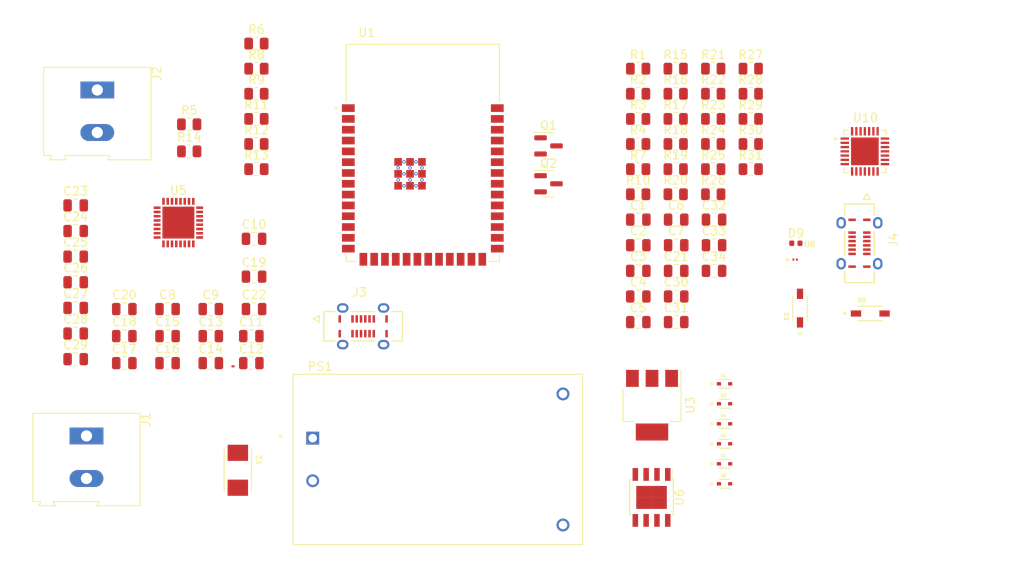
<source format=kicad_pcb>
(kicad_pcb (version 20221018) (generator pcbnew)
  (layers (0 "F.Cu" power) (1 "In1.Cu" power) (2 "In2.Cu" mixed) (31 "B.Cu" jumper) (34 "B.Paste" user) (35 "F.Paste" user) (36 "B.SilkS" user "B.Silkscreen") (37 "F.SilkS" user "F.Silkscreen") (38 "B.Mask" user) (39 "F.Mask" user) (44 "Edge.Cuts" user))
  (net 0 "")
  (net 1 "+3.3V")
  (net 2 "GND")
  (net 3 "EN")
  (net 4 "+5V")
  (net 5 "Net-(U5-CLKIN)")
  (net 6 "Net-(U5-CLKOUT)")
  (net 7 "Net-(U5-DVDDOUT)")
  (net 8 "Net-(U5-VDDOUT2P5)")
  (net 9 "Net-(U5-IAN)")
  (net 10 "Net-(U5-IAP)")
  (net 11 "adc")
  (net 12 "Net-(U5-VAMS)")
  (net 13 "Net-(U5-VAP)")
  (net 14 "Net-(U5-FA1)")
  (net 15 "Net-(U5-FA0)")
  (net 16 "Net-(U5-AVDDOUT)")
  (net 17 "Net-(U5-REFIN)")
  (net 18 "Net-(U5-MSH)")
  (net 19 "Net-(U10-VBUS)")
  (net 20 "GPIO0")
  (net 21 "Net-(D9-A)")
  (net 22 "Net-(J1-Pin_1)")
  (net 23 "/ESP32-S3-WROOM-1-N8R8/Fases")
  (net 24 "Net-(Q1-B)")
  (net 25 "RTS")
  (net 26 "Net-(Q2-B)")
  (net 27 "DTR")
  (net 28 "Net-(U10-~{SUSPEND})")
  (net 29 "Net-(U10-~{RST})")
  (net 30 "/ADE9153/ss")
  (net 31 "/ADE9153/reset")
  (net 32 "Net-(U6A-+)")
  (net 33 "Net-(R12-Pad1)")
  (net 34 "Net-(R13-Pad1)")
  (net 35 "/ADE9153/NEUTRO")
  (net 36 "Net-(R16-Pad1)")
  (net 37 "Net-(R17-Pad1)")
  (net 38 "Net-(R18-Pad1)")
  (net 39 "Net-(R19-Pad1)")
  (net 40 "Net-(R20-Pad1)")
  (net 41 "Net-(R21-Pad1)")
  (net 42 "Net-(R23-Pad1)")
  (net 43 "Net-(R24-Pad1)")
  (net 44 "Net-(R25-Pad1)")
  (net 45 "adc_in")
  (net 62 "RX")
  (net 63 "TX")
  (net 67 "D+")
  (net 68 "D-")
  (net 77 "Net-(J3-VBUS1)")
  (net 78 "Net-(J4-VBUS1)")
  (net 79 "D+ u")
  (net 80 "D- u")
  (net 93 "Net-(U5-IBN)")
  (net 96 "/ADE9153/irq_n")
  (net 97 "/ADE9153/MISI")
  (net 98 "/ADE9153/MIS0")
  (net 99 "/ADE9153/SCLK")
  (net 101 "/ESP32-S3-WROOM-1-N8R8/neutro")
  (footprint "Capacitor_SMD:C_0805_2012Metric" (layer "F.Cu") (at 130.865 83.56)
    (fp_text reference "C5")
    (fp_text value "C 10uF")
  )
  (footprint "huella y simbolos:CONV_HLK-PM03" (layer "F.Cu") (at 107.315 99.695)
    (fp_text reference "PS1")
    (fp_text value "HLK-PM03")
  )
  (footprint "TerminalBlock:TerminalBlock_Altech_AK300-2_P5.00mm" (layer "F.Cu") (at 66.04 96.93 -90)
    (fp_text reference "J1")
    (fp_text value "Screw_Terminal_01x02")
  )
  (footprint "Resistor_SMD:R_0805_2012Metric" (layer "F.Cu") (at 139.665 62.64)
    (fp_text reference "R24")
    (fp_text value "100k")
  )
  (footprint "huella y simbolos:MOLEX_2171820001" (layer "F.Cu") (at 156.845 74.295 -90)
    (fp_text reference "J4")
    (fp_text value "2171820001")
    (fp_line (start 3.65 -0.26) (end 3.85 -0.26) (stroke (width 0.01)) (layer "Edge.Cuts"))
    (fp_line (start 3.85 0.26) (end 3.65 0.26) (stroke (width 0.01)) (layer "Edge.Cuts"))
    (fp_arc (start 3.39 0) (mid 3.466152 -0.183848) (end 3.65 -0.26) (stroke (width 0.01)) (layer "Edge.Cuts"))
    (fp_arc (start 3.65 0.26) (mid 3.466152 0.183848) (end 3.39 0) (stroke (width 0.01)) (layer "Edge.Cuts"))
    (fp_arc (start 3.85 -0.26) (mid 4.033848 -0.183848) (end 4.11 0) (stroke (width 0.01)) (layer "Edge.Cuts"))
    (fp_arc (start 4.11 0) (mid 4.033848 0.183848) (end 3.85 0.26) (stroke (width 0.01)) (layer "Edge.Cuts"))
  )
  (footprint "Resistor_SMD:R_0805_2012Metric" (layer "F.Cu") (at 135.255 65.59)
    (fp_text reference "R19")
    (fp_text value "100k")
  )
  (footprint "Resistor_SMD:R_0805_2012Metric" (layer "F.Cu") (at 86.0025 62.64)
    (fp_text reference "R12")
    (fp_text value "330k")
  )
  (footprint "Resistor_SMD:R_0805_2012Metric" (layer "F.Cu") (at 130.845 56.74)
    (fp_text reference "R2")
    (fp_text value "R 10K")
  )
  (footprint "Capacitor_SMD:C_0805_2012Metric" (layer "F.Cu") (at 139.765 77.54)
    (fp_text reference "C34")
    (fp_text value "0.1uF")
  )
  (footprint "Package_SO:Diodes_PSOP-8" (layer "F.Cu") (at 132.42 104.155 -90)
    (fp_text reference "U6")
    (fp_text value "LM358")
  )
  (footprint "Capacitor_SMD:C_0805_2012Metric" (layer "F.Cu") (at 75.565 82.03)
    (fp_text reference "C8")
    (fp_text value "22Pf")
  )
  (footprint "Capacitor_SMD:C_0805_2012Metric" (layer "F.Cu") (at 130.865 71.52)
    (fp_text reference "C1")
    (fp_text value "22uF")
  )
  (footprint "Capacitor_SMD:C_0805_2012Metric" (layer "F.Cu") (at 80.645 85.205)
    (fp_text reference "C13")
    (fp_text value "0.1 uF")
  )
  (footprint "Capacitor_SMD:C_0805_2012Metric" (layer "F.Cu") (at 64.77 78.88)
    (fp_text reference "C26")
    (fp_text value "4.7 uF")
  )
  (footprint "Resistor_SMD:R_0805_2012Metric" (layer "F.Cu") (at 135.255 62.64)
    (fp_text reference "R18")
    (fp_text value "100k")
  )
  (footprint "huella y simbolos:TVS_LESD5D5.0CT1G" (layer "F.Cu") (at 140.995 97.855)
    (fp_text reference "D6")
    (fp_text value "LESD5D5.0CT1G")
  )
  (footprint "Capacitor_SMD:C_0805_2012Metric" (layer "F.Cu") (at 139.765 71.52)
    (fp_text reference "C32")
    (fp_text value "C 10uF")
  )
  (footprint "huella y simbolos:TVS_LESD5D5.0CT1G" (layer "F.Cu") (at 140.995 95.505)
    (fp_text reference "D4")
    (fp_text value "LESD5D5.0CT1G")
  )
  (footprint "Resistor_SMD:R_0805_2012Metric" (layer "F.Cu") (at 139.665 68.54)
    (fp_text reference "R26")
    (fp_text value "10k")
  )
  (footprint "Resistor_SMD:R_0805_2012Metric" (layer "F.Cu") (at 130.845 62.64)
    (fp_text reference "R4")
    (fp_text value "R 10K")
  )
  (footprint "Resistor_SMD:R_0805_2012Metric" (layer "F.Cu") (at 86.0025 53.79)
    (fp_text reference "R8")
    (fp_text value "150k")
  )
  (footprint "huella y simbolos:QFN50P500X500X80-33N" (layer "F.Cu") (at 76.835 71.87)
    (property "VALUE" "")
    (fp_text reference "U5")
    (fp_text value "ADE9153AACPZ")
  )
  (footprint "Resistor_SMD:R_0805_2012Metric" (layer "F.Cu") (at 130.845 53.79)
    (fp_text reference "R1")
    (fp_text value "10K")
  )
  (footprint "TerminalBlock:TerminalBlock_Altech_AK300-2_P5.00mm" (layer "F.Cu") (at 67.31 56.29 -90)
    (fp_text reference "J2")
    (fp_text value "Screw_Terminal_01x02")
  )
  (footprint "Resistor_SMD:R_0805_2012Metric" (layer "F.Cu") (at 144.075 65.59)
    (fp_text reference "R31")
    (fp_text value "5.1k")
  )
  (footprint "Capacitor_SMD:C_0805_2012Metric" (layer "F.Cu") (at 70.485 85.205)
    (fp_text reference "C18")
    (fp_text value "0.1 uF")
  )
  (footprint "Capacitor_SMD:C_0805_2012Metric" (layer "F.Cu") (at 139.765 74.53)
    (fp_text reference "C33")
    (fp_text value "1uF")
  )
  (footprint "Resistor_SMD:R_0805_2012Metric" (layer "F.Cu") (at 86.0025 50.84)
    (fp_text reference "R6")
    (fp_text value "10k")
  )
  (footprint "Capacitor_SMD:C_0805_2012Metric" (layer "F.Cu") (at 85.405 85.205)
    (fp_text reference "C11")
    (fp_text value "0.1 uF")
  )
  (footprint "Capacitor_SMD:C_0805_2012Metric" (layer "F.Cu") (at 80.645 88.38)
    (fp_text reference "C14")
    (fp_text value "0.1uF")
  )
  (footprint "Capacitor_SMD:C_0805_2012Metric" (layer "F.Cu") (at 135.315 74.53)
    (fp_text reference "C7")
    (fp_text value "C 10uF")
  )
  (footprint "Resistor_SMD:R_0805_2012Metric" (layer "F.Cu") (at 135.255 53.79)
    (fp_text reference "R15")
    (fp_text value "R 47K")
  )
  (footprint "huella y simbolos:TVS_LESD5D5.0CT1G" (layer "F.Cu") (at 140.995 90.805)
    (fp_text reference "D1")
    (fp_text value "LESD5D5.0CT1G")
  )
  (footprint "Resistor_SMD:R_0805_2012Metric" (layer "F.Cu") (at 135.255 56.74)
    (fp_text reference "R16")
    (fp_text value "100k")
  )
  (footprint "Capacitor_SMD:C_0805_2012Metric" (layer "F.Cu") (at 85.725 78.22)
    (fp_text reference "C19")
    (fp_text value "0.1 uF")
  )
  (footprint "Capacitor_SMD:C_0805_2012Metric" (layer "F.Cu") (at 75.565 88.38)
    (fp_text reference "C16")
    (fp_text value "0.1 uF")
  )
  (footprint "Capacitor_SMD:C_0805_2012Metric" (layer "F.Cu") (at 135.315 77.54)
    (fp_text reference "C21")
    (fp_text value "1uF")
  )
  (footprint "Resistor_SMD:R_0805_2012Metric" (layer "F.Cu") (at 78.105 63.5)
    (fp_text reference "R14")
    (fp_text value "330k")
  )
  (footprint "Package_TO_SOT_SMD:SOT-23" (layer "F.Cu") (at 120.3175 67.31)
    (fp_text reference "Q2")
    (fp_text value "NPN")
  )
  (footprint "huella y simbolos:QFN50P500X500X80-29N" (layer "F.Cu") (at 157.48 63.5)
    (fp_text reference "U10")
    (fp_text value "CP2102N-A02-GQFN28")
  )
  (footprint "Capacitor_SMD:C_0805_2012Metric" (layer "F.Cu") (at 64.77 75.87)
    (fp_text reference "C25")
    (fp_text value "0.1 uF")
  )
  (footprint "Capacitor_SMD:C_0805_2012Metric" (layer "F.Cu") (at 64.77 69.85)
    (fp_text reference "C23")
    (fp_text value "0.47uF")
  )
  (footprint "Capacitor_SMD:C_0805_2012Metric" (layer "F.Cu") (at 85.405 88.38)
    (fp_text reference "C12")
    (fp_text value "4.7 uF")
  )
  (footprint "huella y simbolos:XCVR_ESP32S3WROOM1N8R8" (layer "F.Cu") (at 105.55 63.68)
    (fp_text reference "U1")
    (fp_text value "ESP32-S3-WROOM-1-N8R8")
  )
  (footprint "Resistor_SMD:R_0805_2012Metric" (layer "F.Cu") (at 130.845 65.59)
    (fp_text reference "R7")
    (fp_text value "10k")
  )
  (footprint "huella y simbolos:TVS_LESD5D5.0CT1G" (layer "F.Cu") (at 140.995 100.205)
    (fp_text reference "D7")
    (fp_text value "LESD5D5.0CT1G")
  )
  (footprint "huella y simbolos:SOD3715X145N" (layer "F.Cu") (at 158.115 82.55)
    (fp_text reference "D5")
    (fp_text value "1N5819HW-7-F")
  )
  (footprint "Capacitor_SMD:C_0805_2012Metric" (layer "F.Cu") (at 135.315 71.52)
    (fp_text reference "C6")
    (fp_text value "1uF")
  )
  (footprint "Resistor_SMD:R_0805_2012Metric" (layer "F.Cu") (at 139.665 56.74)
    (fp_text reference "R22")
    (fp_text value "1k")
  )
  (footprint "Capacitor_SMD:C_0805_2012Metric" (layer "F.Cu") (at 85.725 73.775)
    (fp_text reference "C10")
    (fp_text value "4.7 uF")
  )
  (footprint "Capacitor_SMD:C_0805_2012Metric" (layer "F.Cu") (at 130.865 77.54)
    (fp_text reference "C3")
    (fp_text value "0.1uF")
  )
  (footprint "Resistor_SMD:R_0805_2012Metric" (layer "F.Cu") (at 144.075 59.69)
    (fp_text reference "R29")
    (fp_text value "R 22.1K")
  )
  (footprint "huella y simbolos:XTAL_ABM3-12.000MHZ-D2Y-T" (layer "F.Cu") (at 83.82 100.965 -90)
    (fp_text reference "Y2")
    (fp_text value "ABM3-12.000MHZ-D2Y-T")
  )
  (footprint "Package_TO_SOT_SMD:SOT-23" (layer "F.Cu") (at 120.3175 62.86)
    (fp_text reference "Q1")
    (fp_text value "NPN")
  )
  (footprint "Capacitor_SMD:C_0805_2012Metric" (layer "F.Cu") (at 130.865 74.53)
    (fp_text reference "C2")
    (fp_text value "0.1uF")
  )
  (footprint "Resistor_SMD:R_0805_2012Metric" (layer "F.Cu") (at 86.0025 56.74)
    (fp_text reference "R9")
    (fp_text value "150k")
  )
  (footprint "Capacitor_SMD:C_0805_2012Metric" (layer "F.Cu") (at 75.565 85.205)
    (fp_text reference "C15")
    (fp_text value "4.7 uF")
  )
  (footprint "Capacitor_SMD:C_0805_2012Metric" (layer "F.Cu") (at 85.725 82.03)
    (fp_text reference "C22")
    (fp_text value "15nF")
  )
  (footprint "huella y simbolos:TVS_LESD5D5.0CT1G" (layer "F.Cu") (at 140.995 93.155)
    (fp_text reference "D3")
    (fp_text value "LESD5D5.0CT1G")
  )
  (footprint "huella y simbolos:MOLEX_2171820001" (layer "F.Cu") (at 98.54 84.05)
    (fp_text reference "J3")
    (fp_text value "2171820001")
    (fp_line (start 3.65 -0.26) (end 3.85 -0.26) (stroke (width 0.01)) (layer "Edge.Cuts"))
    (fp_line (start 3.85 0.26) (end 3.65 0.26) (stroke (width 0.01)) (layer "Edge.Cuts"))
    (fp_arc (start 3.39 0) (mid 3.466152 -0.183848) (end 3.65 -0.26) (stroke (width 0.01)) (layer "Edge.Cuts"))
    (fp_arc (start 3.65 0.26) (mid 3.466152 0.183848) (end 3.39 0) (stroke (width 0.01)) (layer "Edge.Cuts"))
    (fp_arc (start 3.85 -0.26) (mid 4.033848 -0.183848) (end 4.11 0) (stroke (width 0.01)) (layer "Edge.Cuts"))
    (fp_arc (start 4.11 0) (mid 4.033848 0.183848) (end 3.85 0.26) (stroke (width 0.01)) (layer "Edge.Cuts"))
  )
  (footprint "Resistor_SMD:R_0805_2012Metric" (layer "F.Cu") (at 86.0025 59.69)
    (fp_text reference "R11")
    (fp_text value "1K")
  )
  (footprint "Capacitor_SMD:C_0805_2012Metric" (layer "F.Cu") (at 135.315 80.55)
    (fp_text reference "C30")
    (fp_text value "C 10uF")
  )
  (footprint "Capacitor_SMD:C_0805_2012Metric" (layer "F.Cu") (at 135.315 83.56)
    (fp_text reference "C31")
    (fp_text value "22uF")
  )
  (footprint "Resistor_SMD:R_0805_2012Metric" (layer "F.Cu") (at 139.665 59.69)
    (fp_text reference "R23")
    (fp_text value "100k")
  )
  (footprint "Resistor_SMD:R_0805_2012Metric" (layer "F.Cu") (at 78.105 60.325)
    (fp_text reference "R5")
    (fp_text value "10k")
  )
  (footprint "huella y simbolos:DIO_PESD5V0R1BSFYL" (layer "F.Cu") (at 149.285 76.215)
    (fp_text reference "U8")
    (fp_text value "~")
  )
  (footprint "huella y simbolos:TVS_LESD5D5.0CT1G" (layer "F.Cu") (at 140.995 102.555)
    (fp_text reference "D8")
    (fp_text value "LESD5D5.0CT1G")
  )
  (footprint "Resistor_SMD:R_0805_2012Metric" (layer "F.Cu") (at 144.075 53.79)
    (fp_text reference "R27")
    (fp_text value "R 10K")
  )
  (footprint "Resistor_SMD:R_0805_2012Metric" (layer "F.Cu") (at 135.255 68.54)
    (fp_text reference "R20")
    (fp_text value "100k")
  )
  (footprint "Package_TO_SOT_SMD:SOT-223-3_TabPin2" (layer "F.Cu") (at 132.475 93.32 -90)
    (fp_text reference "U3")
    (fp_text value "AMS1117-3.3")
  )
  (footprint "Resistor_SMD:R_0805_2012Metric" (layer "F.Cu") (at 144.075 56.74)
    (fp_text reference "R28")
    (fp_text value "10K")
  )
  (footprint "Capacitor_SMD:C_0805_2012Metric" (layer "F.Cu") (at 80.645 82.03)
    (fp_text reference "C9")
    (fp_text value "22Pf")
  )
  (footprint "LED_SMD:LED_0402_1005Metric" (layer "F.Cu") (at 149.375 74.295)
    (fp_text reference "D9")
    (fp_text value "LED")
  )
  (footprint "Resistor_SMD:R_0805_2012Metric" (layer "F.Cu") (at 139.665 53.79)
    (fp_text reference "R21")
    (fp_text value "100k")
  )
  (footprint "Resistor_SMD:R_0805_2012Metric" (layer "F.Cu") (at 86.0025 65.59)
    (fp_text reference "R13")
    (fp_text value "330k")
  )
  (footprint "Resistor_SMD:R_0805_2012Metric" (layer "F.Cu") (at 135.255 59.69)
    (fp_text reference "R17")
    (fp_text value "100k")
  )
  (footprint "Capacitor_SMD:C_0805_2012Metric" (layer "F.Cu") (at 64.77 72.86)
    (fp_text reference "C24")
    (fp_text value "4.7 uF")
  )
  (footprint "Resistor_SMD:R_0805_2012Metric" (layer "F.Cu") (at 130.845 59.69)
    (fp_text reference "R3")
    (fp_text value "R 1K")
  )
  (footprint "Capacitor_SMD:C_0805_2012Metric" (layer "F.Cu") (at 70.485 88.38)
    (fp_text reference "C17")
    (fp_text value "4.7 uF")
  )
  (footprint "Capacitor_SMD:C_0805_2012Metric" (layer "F.Cu") (at 70.485 82.03)
    (fp_text reference "C20")
    (fp_text value "0.1 uF")
  )
  (footprint "Capacitor_SMD:C_0805_2012Metric" (layer "F.Cu") (at 64.77 84.9)
    (fp_text reference "C28")
    (fp_text value "4.7 uF")
  )
  (footprint "Resistor_SMD:R_0805_2012Metric" (layer "F.Cu") (at 144.075 62.64)
    (fp_text reference "R30")
    (fp_text value "100k")
  )
  (footprint "huella y simbolos:SOD3715X145N" (layer "F.Cu") (at 149.86 81.915 90)
    (fp_text reference "D2")
    (fp_text value "1N5819HW-7-F")
  )
  (footprint "Resistor_SMD:R_0805_2012Metric" (layer "F.Cu") (at 139.665 65.59)
    (fp_text reference "R25")
    (fp_text value "100k")
  )
  (footprint "Capacitor_SMD:C_0805_2012Metric" (layer "F.Cu") (at 64.77 87.91)
    (fp_text reference "C29")
    (fp_text value "0.1 uF")
  )
  (footprint "Resistor_SMD:R_0805_2012Metric" (layer "F.Cu") (at 130.845 68.54)
    (fp_text reference "R10")
    (fp_text value "10k")
  )
  (footprint "Capacitor_SMD:C_0805_2012Metric" (layer "F.Cu") (at 64.77 81.89)
    (fp_text reference "C27")
    (fp_text value "0.1 uF")
  )
  (footprint "Capacitor_SMD:C_0805_2012Metric" (layer "F.Cu") (at 130.865 80.55)
    (fp_text reference "C4")
    (fp_text value "C 10uF")
  )
  (segment (start 83.185 88.755) (end 83.33 88.755) (width 0.25) (layer "F.Cu") (net 6))
)
</source>
